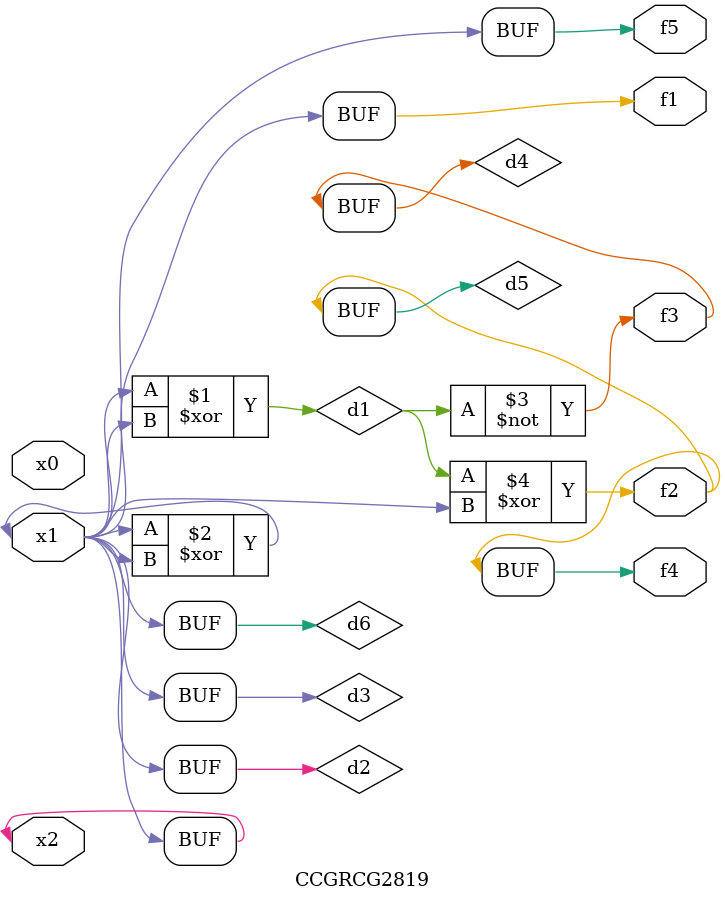
<source format=v>
module CCGRCG2819(
	input x0, x1, x2,
	output f1, f2, f3, f4, f5
);

	wire d1, d2, d3, d4, d5, d6;

	xor (d1, x1, x2);
	buf (d2, x1, x2);
	xor (d3, x1, x2);
	nor (d4, d1);
	xor (d5, d1, d2);
	buf (d6, d2, d3);
	assign f1 = d6;
	assign f2 = d5;
	assign f3 = d4;
	assign f4 = d5;
	assign f5 = d6;
endmodule

</source>
